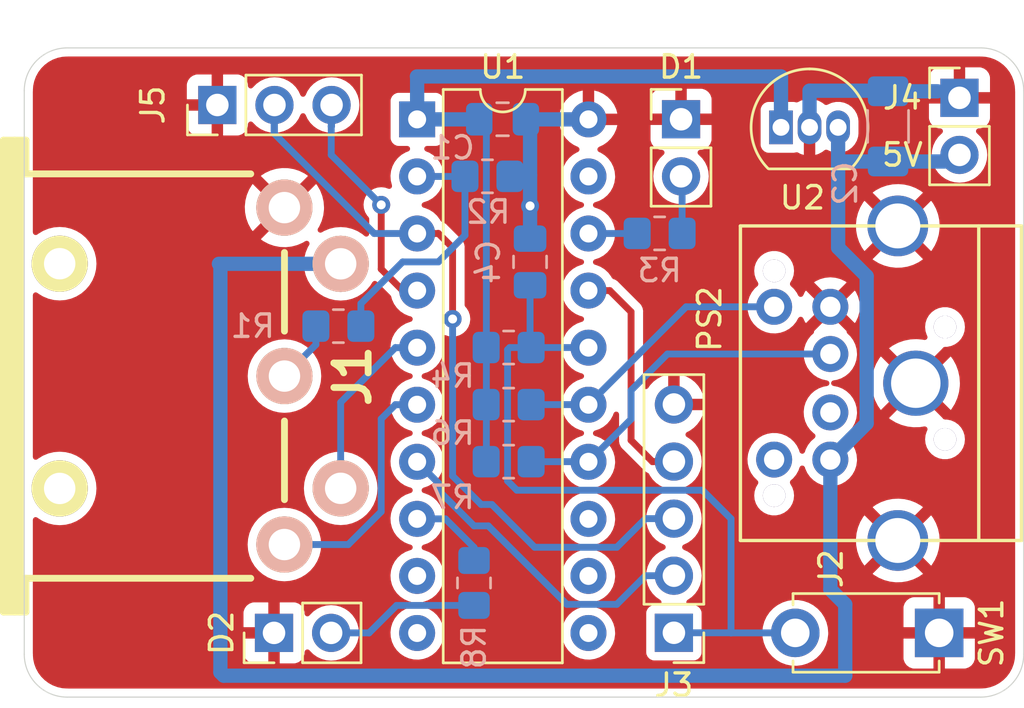
<source format=kicad_pcb>
(kicad_pcb (version 20211014) (generator pcbnew)
  (title_block (date "2022-07-04"))
  (layers (0 "F.Cu" signal) (31 "B.Cu" signal) (34 "B.Paste" user) (35 "F.Paste" user) (36 "B.SilkS" user "B.Silkscreen") (37 "F.SilkS" user "F.Silkscreen") (38 "B.Mask" user) (39 "F.Mask" user) (44 "Edge.Cuts" user))
  (net 0 "")
  (net 1 "+3V3")
  (net 2 "GND")
  (net 3 "+5V")
  (net 4 "Net-(D1-Pad2)")
  (net 5 "KBD_CLK")
  (net 6 "KBD_DTA")
  (net 7 "PS2_DTA")
  (net 9 "PS2_CLK")
  (net 11 "_RST")
  (net 12 "TEST")
  (net 13 "KBD_BSY")
  (net 14 "Net-(R3-Pad1)")
  (net 15 "Net-(D2-Pad2)")
  (net 17 "Net-(J5-Pad3)")
  (net 18 "BSL_TX")
  (net 22 "BSL_RX")
  (net 23 "Net-(R8-Pad1)")
  (net 26 "Net-(J1-Pad2)")
  (footprint "TRS-80-M3-VID:MIDI_DIN5" (layer "F.Cu") (at 113.3475 96.2025 -90)
    (fp_text reference "J1" (at 0 -6.0325 -270) (layer "F.SilkS") (effects (font (size 1.524 1.524) (thickness 0.3048))))
    (fp_text value "Keyboard")
    (fp_line (start -10.50036 9.4996) (end -10.50036 8.49884) (layer "F.SilkS") (width 0.3048))
    (fp_line (start -10.4 9.25068) (end 10.4 9.25068) (layer "F.SilkS") (width 0.3048))
    (fp_line (start 8.99922 -1.5) (end 8.99922 9) (layer "F.SilkS") (width 0.3048))
    (fp_line (start -5.5 -3) (end -2 -3) (layer "F.SilkS") (width 0.3048))
    (fp_line (start 10.50036 8.49884) (end 10.50036 9.4996) (layer "F.SilkS") (width 0.3048))
    (fp_line (start 8.99961 8.5) (end 10.50039 8.5) (layer "F.SilkS") (width 0.3048))
    (fp_line (start 10.50036 8.99922) (end -10.50036 8.99922) (layer "F.SilkS") (width 0.3048))
    (fp_line (start -10.4 8.7503) (end 10.50036 8.7503) (layer "F.SilkS") (width 0.3048))
    (fp_line (start -8.99922 -1.5) (end -8.99922 9) (layer "F.SilkS") (width 0.3048))
    (fp_line (start -10.5 8.49884) (end -8.99922 8.49884) (layer "F.SilkS") (width 0.3048))
    (fp_line (start 5.5 -3) (end 2 -3) (layer "F.SilkS") (width 0.3048))
    (fp_line (start 10.50036 9.4996) (end -10.50036 9.4996) (layer "F.SilkS") (width 0.3048))
    (pad "" np_thru_hole circle (at 5.00126 6.9977 270) (size 2.49936 2.49936) (drill 1.397) (layers *.Cu *.Mask "F.SilkS"))
    (pad "" np_thru_hole circle (at -5.00126 6.9977 270) (size 2.49936 2.49936) (drill 1.397) (layers *.Cu *.Mask "F.SilkS"))
    (pad "1" thru_hole circle (at 7.49808 -2.9972 270) (size 2.49936 2.49936) (drill 1.397) (layers *.Cu *.SilkS *.Mask) (net 6 "KBD_DTA"))
    (pad "2" thru_hole circle (at 0 -2.99974 270) (size 2.49936 2.49936) (drill 1.397) (layers *.Cu *.SilkS *.Mask) (net 26 "Net-(J1-Pad2)"))
    (pad "3" thru_hole circle (at -7.49808 -2.9972 270) (size 2.49936 2.49936) (drill 1.397) (layers *.Cu *.SilkS *.Mask) (net 2 "GND"))
    (pad "4" thru_hole circle (at 4.99618 -5.4991 270) (size 2.49936 2.49936) (drill 1.397) (layers *.Cu *.SilkS *.Mask) (net 5 "KBD_CLK"))
    (pad "5" thru_hole circle (at -4.99618 -5.4991 270) (size 2.49936 2.49936) (drill 1.397) (layers *.Cu *.SilkS *.Mask) (net 3 "+5V"))
  )
  (footprint "Connector_PinHeader_2.54mm:PinHeader_1x03_P2.54mm_Vertical" (layer "F.Cu") (at 113.3625 84.1375 90)
    (fp_text reference "J5" (at 0 -2.8725 90) (layer "F.SilkS"))
    (fp_text value "Conn_01x03")
    (fp_line (start -1.33 1.27) (end 1.33 1.27) (layer "F.SilkS") (width 0.12))
    (fp_line (start 1.33 1.27) (end 1.33 6.41) (layer "F.SilkS") (width 0.12))
    (fp_line (start -1.33 -1.33) (end 0 -1.33) (layer "F.SilkS") (width 0.12))
    (fp_line (start -1.33 0) (end -1.33 -1.33) (layer "F.SilkS") (width 0.12))
    (fp_line (start -1.33 1.27) (end -1.33 6.41) (layer "F.SilkS") (width 0.12))
    (fp_line (start -1.33 6.41) (end 1.33 6.41) (layer "F.SilkS") (width 0.12))
    (pad "1" thru_hole rect locked (at 0 0 90) (size 1.7 1.7) (drill 1) (layers *.Cu *.Mask) (net 2 "GND"))
    (pad "2" thru_hole oval locked (at 0 2.54 90) (size 1.7 1.7) (drill 1) (layers *.Cu *.Mask) (net 18 "BSL_TX"))
    (pad "3" thru_hole oval locked (at 0 5.08 90) (size 1.7 1.7) (drill 1) (layers *.Cu *.Mask) (net 17 "Net-(J5-Pad3)"))
  )
  (footprint "Connector_PinHeader_2.54mm:PinHeader_1x02_P2.54mm_Vertical" (layer "F.Cu") (at 145.465 107.6325 -90)
    (fp_text reference "SW1" (at 0 -2.33 90) (layer "F.SilkS"))
    (fp_text value "SW_Push")
    (fp_line (start 1.75 0) (end 1.75 6.5) (layer "F.SilkS") (width 0.12))
    (fp_line (start 1.25 6.5) (end 1.75 6.5) (layer "F.SilkS") (width 0.12))
    (fp_line (start -1.75 0) (end -1.33 0) (layer "F.SilkS") (width 0.12))
    (fp_line (start -1.75 6.5) (end -1.25 6.5) (layer "F.SilkS") (width 0.12))
    (fp_line (start 1.25 0) (end 1.75 0) (layer "F.SilkS") (width 0.12))
    (fp_line (start -1.75 0) (end -1.75 6.5) (layer "F.SilkS") (width 0.12))
    (pad "1" thru_hole rect (at 0 0 270) (size 2.159 2.159) (drill 1.27) (layers *.Cu *.Mask) (net 2 "GND"))
    (pad "2" thru_hole oval (at 0 6.4 270) (size 2.159 2.159) (drill 1.27) (layers *.Cu *.Mask) (net 11 "_RST"))
  )
  (footprint "Package_TO_SOT_THT:TO-92_Inline" (layer "F.Cu") (at 138.43 85.1325)
    (fp_text reference "U2" (at 0.9525 3.1325) (layer "F.SilkS"))
    (fp_text value "LP2950-3.3_TO92")
    (fp_line (start -0.53 1.85) (end 3.07 1.85) (layer "F.SilkS") (width 0.12))
    (fp_arc (start 1.27 -2.6) (mid 3.672087 -0.994977) (end 3.108478 1.838478) (layer "F.SilkS") (width 0.12))
    (fp_arc (start -0.568478 1.838478) (mid -1.132087 -0.994977) (end 1.27 -2.6) (layer "F.SilkS") (width 0.12))
    (pad "1" thru_hole rect locked (at 0 0) (size 1.05 1.5) (drill 0.75) (layers *.Cu *.Mask) (net 1 "+3V3"))
    (pad "2" thru_hole oval locked (at 1.27 0) (size 1.05 1.5) (drill 0.75) (layers *.Cu *.Mask) (net 2 "GND"))
    (pad "3" thru_hole oval locked (at 2.54 0) (size 1.05 1.5) (drill 0.75) (layers *.Cu *.Mask) (net 3 "+5V"))
  )
  (footprint "Package_DIP:DIP-20_W7.62mm" (layer "F.Cu") (at 122.247508 84.777504)
    (fp_text reference "U1" (at 3.81 -2.33) (layer "F.SilkS"))
    (fp_text value "MSP430G2403IN20")
    (fp_line (start 6.46 -1.33) (end 4.81 -1.33) (layer "F.SilkS") (width 0.12))
    (fp_line (start 2.81 -1.33) (end 1.16 -1.33) (layer "F.SilkS") (width 0.12))
    (fp_line (start 1.16 -1.33) (end 1.16 24.19) (layer "F.SilkS") (width 0.12))
    (fp_line (start 6.46 24.19) (end 6.46 -1.33) (layer "F.SilkS") (width 0.12))
    (fp_line (start 1.16 24.19) (end 6.46 24.19) (layer "F.SilkS") (width 0.12))
    (fp_arc (start 4.81 -1.33) (mid 3.81 -0.33) (end 2.81 -1.33) (layer "F.SilkS") (width 0.12))
    (pad "1" thru_hole rect locked (at 0 0) (size 1.6 1.6) (drill 0.8) (layers *.Cu *.Mask) (net 1 "+3V3"))
    (pad "2" thru_hole oval locked (at 0 2.54) (size 1.6 1.6) (drill 0.8) (layers *.Cu *.Mask) (net 13 "KBD_BSY"))
    (pad "3" thru_hole oval locked (at 0 5.08) (size 1.6 1.6) (drill 0.8) (layers *.Cu *.Mask) (net 18 "BSL_TX"))
    (pad "4" thru_hole oval locked (at 0 7.62) (size 1.6 1.6) (drill 0.8) (layers *.Cu *.Mask) (net 17 "Net-(J5-Pad3)"))
    (pad "5" thru_hole oval locked (at 0 10.16) (size 1.6 1.6) (drill 0.8) (layers *.Cu *.Mask) (net 5 "KBD_CLK"))
    (pad "6" thru_hole oval locked (at 0 12.7) (size 1.6 1.6) (drill 0.8) (layers *.Cu *.Mask) (net 6 "KBD_DTA"))
    (pad "7" thru_hole oval locked (at 0 15.24) (size 1.6 1.6) (drill 0.8) (layers *.Cu *.Mask) (net 22 "BSL_RX"))
    (pad "8" thru_hole oval locked (at 0 17.78) (size 1.6 1.6) (drill 0.8) (layers *.Cu *.Mask) (net 23 "Net-(R8-Pad1)"))
    (pad "9" thru_hole oval locked (at 0 20.32) (size 1.6 1.6) (drill 0.8) (layers *.Cu *.Mask))
    (pad "10" thru_hole oval locked (at 0 22.86) (size 1.6 1.6) (drill 0.8) (layers *.Cu *.Mask))
    (pad "11" thru_hole oval locked (at 7.62 22.86) (size 1.6 1.6) (drill 0.8) (layers *.Cu *.Mask))
    (pad "12" thru_hole oval locked (at 7.62 20.32) (size 1.6 1.6) (drill 0.8) (layers *.Cu *.Mask))
    (pad "13" thru_hole oval locked (at 7.62 17.78) (size 1.6 1.6) (drill 0.8) (layers *.Cu *.Mask))
    (pad "14" thru_hole oval locked (at 7.62 15.24) (size 1.6 1.6) (drill 0.8) (layers *.Cu *.Mask) (net 7 "PS2_DTA"))
    (pad "15" thru_hole oval locked (at 7.62 12.7) (size 1.6 1.6) (drill 0.8) (layers *.Cu *.Mask) (net 9 "PS2_CLK"))
    (pad "16" thru_hole oval locked (at 7.62 10.16) (size 1.6 1.6) (drill 0.8) (layers *.Cu *.Mask) (net 11 "_RST"))
    (pad "17" thru_hole oval locked (at 7.62 7.62) (size 1.6 1.6) (drill 0.8) (layers *.Cu *.Mask) (net 12 "TEST"))
    (pad "18" thru_hole oval locked (at 7.62 5.08) (size 1.6 1.6) (drill 0.8) (layers *.Cu *.Mask) (net 14 "Net-(R3-Pad1)"))
    (pad "19" thru_hole oval locked (at 7.62 2.54) (size 1.6 1.6) (drill 0.8) (layers *.Cu *.Mask))
    (pad "20" thru_hole oval locked (at 7.62 0) (size 1.6 1.6) (drill 0.8) (layers *.Cu *.Mask) (net 2 "GND"))
  )
  (footprint "TRS-80:minidin_6_ps2_pcb_mount" (layer "F.Cu") (at 142.875 96.52 -90)
    (fp_text reference "J2" (at 8.255 2.2225 90) (layer "F.SilkS"))
    (fp_text value "PS2" (at -2.8575 7.62 90) (layer "F.SilkS"))
    (fp_line (start -7 -4.35) (end 7 -4.35) (layer "F.SilkS") (width 0.15))
    (fp_line (start 7 6.25) (end 7 -6.25) (layer "F.SilkS") (width 0.15))
    (fp_line (start 7 -6.25) (end -7 -6.25) (layer "F.SilkS") (width 0.15))
    (fp_line (start -7 -6.25) (end -7 6.25) (layer "F.SilkS") (width 0.15))
    (fp_line (start -7 6.25) (end 7 6.25) (layer "F.SilkS") (width 0.15))
    (pad "0" thru_hole circle (at 7.000001 -0.75 270) (size 2.7 2.7) (drill 2) (layers *.Cu *.Mask) (net 2 "GND"))
    (pad "0" thru_hole circle (at -7.000001 -0.75 270) (size 2.7 2.7) (drill 2) (layers *.Cu *.Mask) (net 2 "GND"))
    (pad "0" thru_hole circle (at 0 -1.55 270) (size 2.899999 2.899999) (drill 2.2) (layers *.Cu *.Mask) (net 2 "GND"))
    (pad "1" thru_hole circle (at -1.3 2.25 270) (size 1.6 1.6) (drill 0.9) (layers *.Cu *.Mask) (net 7 "PS2_DTA"))
    (pad "2" thru_hole circle (at 1.3 2.25 270) (size 1.6 1.6) (drill 0.9) (layers *.Cu *.Mask))
    (pad "3" thru_hole circle (at -3.4 2.25 270) (size 1.6 1.6) (drill 0.9) (layers *.Cu *.Mask) (net 2 "GND"))
    (pad "4" thru_hole circle (at 3.4 2.25 270) (size 1.6 1.6) (drill 0.9) (layers *.Cu *.Mask) (net 3 "+5V"))
    (pad "5" thru_hole circle (at -3.4 4.75 270) (size 1.6 1.6) (drill 0.9) (layers *.Cu *.Mask) (net 9 "PS2_CLK"))
    (pad "6" thru_hole circle (at 3.4 4.75 270) (size 1.6 1.6) (drill 0.9) (layers *.Cu *.Mask))
    (pad "M1" thru_hole circle (at -2.5 -2.85 270) (size 1 1) (drill 1) (layers *.Cu *.Mask))
    (pad "M2" thru_hole circle (at 2.5 -2.85 270) (size 1 1) (drill 1) (layers *.Cu *.Mask))
    (pad "M3" thru_hole circle (at -5 4.75 270) (size 1 1) (drill 1) (layers *.Cu *.Mask))
    (pad "M4" thru_hole circle (at 5 4.75 270) (size 1 1) (drill 1) (layers *.Cu *.Mask))
  )
  (footprint "Connector_PinHeader_2.54mm:PinHeader_1x02_P2.54mm_Vertical" (layer "F.Cu") (at 133.985 84.7725)
    (fp_text reference "D1" (at 0 -2.33) (layer "F.SilkS"))
    (fp_text value "LED")
    (fp_line (start -1.33 -1.33) (end 0 -1.33) (layer "F.SilkS") (width 0.12))
    (fp_line (start 1.33 1.27) (end 1.33 3.87) (layer "F.SilkS") (width 0.12))
    (fp_line (start -1.33 1.27) (end -1.33 3.87) (layer "F.SilkS") (width 0.12))
    (fp_line (start -1.33 0) (end -1.33 -1.33) (layer "F.SilkS") (width 0.12))
    (fp_line (start -1.33 3.87) (end 1.33 3.87) (layer "F.SilkS") (width 0.12))
    (fp_line (start -1.33 1.27) (end 1.33 1.27) (layer "F.SilkS") (width 0.12))
    (pad "1" thru_hole rect (at 0 0) (size 1.7 1.7) (drill 1) (layers *.Cu *.Mask) (net 2 "GND"))
    (pad "2" thru_hole oval (at 0 2.54) (size 1.7 1.7) (drill 1) (layers *.Cu *.Mask) (net 4 "Net-(D1-Pad2)"))
  )
  (footprint "Connector_PinHeader_2.54mm:PinHeader_1x05_P2.54mm_Vertical" (layer "F.Cu") (at 133.6675 107.6275 180)
    (fp_text reference "J3" (at 0 -2.33) (layer "F.SilkS"))
    (fp_text value "Debug")
    (fp_line (start -1.33 0) (end -1.33 -1.33) (layer "F.SilkS") (width 0.12))
    (fp_line (start -1.33 1.27) (end -1.33 11.49) (layer "F.SilkS") (width 0.12))
    (fp_line (start -1.33 -1.33) (end 0 -1.33) (layer "F.SilkS") (width 0.12))
    (fp_line (start -1.33 11.49) (end 1.33 11.49) (layer "F.SilkS") (width 0.12))
    (fp_line (start 1.33 1.27) (end 1.33 11.49) (layer "F.SilkS") (width 0.12))
    (fp_line (start -1.33 1.27) (end 1.33 1.27) (layer "F.SilkS") (width 0.12))
    (pad "1" thru_hole rect locked (at 0 0 180) (size 1.7 1.7) (drill 1) (layers *.Cu *.Mask) (net 11 "_RST"))
    (pad "2" thru_hole oval locked (at 0 2.54 180) (size 1.7 1.7) (drill 1) (layers *.Cu *.Mask) (net 22 "BSL_RX"))
    (pad "3" thru_hole oval locked (at 0 5.08 180) (size 1.7 1.7) (drill 1) (layers *.Cu *.Mask) (net 18 "BSL_TX"))
    (pad "4" thru_hole oval locked (at 0 7.62 180) (size 1.7 1.7) (drill 1) (layers *.Cu *.Mask) (net 12 "TEST"))
    (pad "5" thru_hole oval locked (at 0 10.16 180) (size 1.7 1.7) (drill 1) (layers *.Cu *.Mask) (net 2 "GND"))
  )
  (footprint "Connector_PinHeader_2.54mm:PinHeader_1x02_P2.54mm_Vertical" (layer "F.Cu") (at 146.3675 83.82)
    (fp_text reference "J4" (at -2.54 0) (layer "F.SilkS"))
    (fp_text value "5V" (at -2.54 2.54) (layer "F.SilkS"))
    (fp_line (start 1.33 1.27) (end 1.33 3.87) (layer "F.SilkS") (width 0.12))
    (fp_line (start -1.33 1.27) (end -1.33 3.87) (layer "F.SilkS") (width 0.12))
    (fp_line (start -1.33 3.87) (end 1.33 3.87) (layer "F.SilkS") (width 0.12))
    (fp_line (start -1.33 1.27) (end 1.33 1.27) (layer "F.SilkS") (width 0.12))
    (fp_line (start -1.33 -1.33) (end 0 -1.33) (layer "F.SilkS") (width 0.12))
    (fp_line (start -1.33 0) (end -1.33 -1.33) (layer "F.SilkS") (width 0.12))
    (pad "1" thru_hole rect locked (at 0 0) (size 1.7 1.7) (drill 1) (layers *.Cu *.Mask) (net 2 "GND"))
    (pad "2" thru_hole oval locked (at 0 2.54) (size 1.7 1.7) (drill 1) (layers *.Cu *.Mask) (net 3 "+5V"))
  )
  (footprint "Connector_PinHeader_2.54mm:PinHeader_1x02_P2.54mm_Vertical" (layer "F.Cu") (at 115.8825 107.6325 90)
    (fp_text reference "D2" (at 0 -2.33 90) (layer "F.SilkS"))
    (fp_text value "LED")
    (fp_line (start -1.33 3.87) (end 1.33 3.87) (layer "F.SilkS") (width 0.12))
    (fp_line (start -1.33 0) (end -1.33 -1.33) (layer "F.SilkS") (width 0.12))
    (fp_line (start -1.33 1.27) (end 1.33 1.27) (layer "F.SilkS") (width 0.12))
    (fp_line (start -1.33 1.27) (end -1.33 3.87) (layer "F.SilkS") (width 0.12))
    (fp_line (start -1.33 -1.33) (end 0 -1.33) (layer "F.SilkS") (width 0.12))
    (fp_line (start 1.33 1.27) (end 1.33 3.87) (layer "F.SilkS") (width 0.12))
    (pad "1" thru_hole rect locked (at 0 0 90) (size 1.7 1.7) (drill 1) (layers *.Cu *.Mask) (net 2 "GND"))
    (pad "2" thru_hole oval locked (at 0 2.54 90) (size 1.7 1.7) (drill 1) (layers *.Cu *.Mask) (net 15 "Net-(D2-Pad2)"))
  )
  (footprint "Resistor_SMD:R_0805_2012Metric_Pad1.20x1.40mm_HandSolder" (layer "B.Cu") (at 118.745 93.98)
    (fp_text reference "R1" (at -3.81 0) (layer "B.SilkS") (effects (justify mirror)))
    (fp_text value "4.7k")
    (fp_line (start -0.227064 -0.735) (end 0.227064 -0.735) (layer "B.SilkS") (width 0.12))
    (fp_line (start -0.227064 0.735) (end 0.227064 0.735) (layer "B.SilkS") (width 0.12))
    (pad "1" smd roundrect locked (at -1 0) (size 1.2 1.4) (layers "B.Cu" "B.Paste" "B.Mask") (roundrect_rratio 0.2083333333) (net 26 "Net-(J1-Pad2)"))
    (pad "2" smd roundrect locked (at 1 0) (size 1.2 1.4) (layers "B.Cu" "B.Paste" "B.Mask") (roundrect_rratio 0.2083333333) (net 13 "KBD_BSY"))
  )
  (footprint "Capacitor_SMD:C_0805_2012Metric_Pad1.18x1.45mm_HandSolder" (layer "B.Cu") (at 126.0475 84.7725)
    (fp_text reference "C1" (at -2.2225 1.27) (layer "B.SilkS") (effects (justify mirror)))
    (fp_text value "0.1uF")
    (fp_line (start -0.261252 0.735) (end 0.261252 0.735) (layer "B.SilkS") (width 0.12))
    (fp_line (start -0.261252 -0.735) (end 0.261252 -0.735) (layer "B.SilkS") (width 0.12))
    (pad "1" smd roundrect locked (at -1.0375 0) (size 1.175 1.45) (layers "B.Cu" "B.Paste" "B.Mask") (roundrect_rratio 0.2127659574) (net 1 "+3V3"))
    (pad "2" smd roundrect locked (at 1.0375 0) (size 1.175 1.45) (layers "B.Cu" "B.Paste" "B.Mask") (roundrect_rratio 0.2127659574) (net 2 "GND"))
  )
  (footprint "Capacitor_SMD:C_0805_2012Metric_Pad1.18x1.45mm_HandSolder" (layer "B.Cu") (at 127.27 91.1225 90)
    (fp_text reference "C4" (at 0 -1.8575 90) (layer "B.SilkS") (effects (justify mirror)))
    (fp_text value "1nF")
    (fp_line (start -0.261252 0.735) (end 0.261252 0.735) (layer "B.SilkS") (width 0.12))
    (fp_line (start -0.261252 -0.735) (end 0.261252 -0.735) (layer "B.SilkS") (width 0.12))
    (pad "1" smd roundrect locked (at -1.0375 0 90) (size 1.175 1.45) (layers "B.Cu" "B.Paste" "B.Mask") (roundrect_rratio 0.2127659574) (net 11 "_RST"))
    (pad "2" smd roundrect locked (at 1.0375 0 90) (size 1.175 1.45) (layers "B.Cu" "B.Paste" "B.Mask") (roundrect_rratio 0.2127659574) (net 2 "GND"))
  )
  (footprint "Capacitor_SMD:C_1206_3216Metric_Pad1.33x1.80mm_HandSolder" (layer "B.Cu") (at 143.1925 85.09 90)
    (fp_text reference "C2" (at -2.54 -1.905 90) (layer "B.SilkS") (effects (justify mirror)))
    (fp_text value "10u")
    (fp_line (start -0.711252 -0.91) (end 0.711252 -0.91) (layer "B.SilkS") (width 0.12))
    (fp_line (start -0.711252 0.91) (end 0.711252 0.91) (layer "B.SilkS") (width 0.12))
    (pad "1" smd roundrect locked (at -1.5625 0 90) (size 1.325 1.8) (layers "B.Cu" "B.Paste" "B.Mask") (roundrect_rratio 0.1886792453) (net 3 "+5V"))
    (pad "2" smd roundrect locked (at 1.5625 0 90) (size 1.325 1.8) (layers "B.Cu" "B.Paste" "B.Mask") (roundrect_rratio 0.1886792453) (net 2 "GND"))
  )
  (footprint "Resistor_SMD:R_0805_2012Metric_Pad1.20x1.40mm_HandSolder" (layer "B.Cu") (at 126.3175 100.0125 180)
    (fp_text reference "R7" (at 2.4925 -1.5875) (layer "B.SilkS") (effects (justify mirror)))
    (fp_text value "2K")
    (fp_line (start -0.227064 0.735) (end 0.227064 0.735) (layer "B.SilkS") (width 0.12))
    (fp_line (start -0.227064 -0.735) (end 0.227064 -0.735) (layer "B.SilkS") (width 0.12))
    (pad "1" smd roundrect locked (at -1 0 180) (size 1.2 1.4) (layers "B.Cu" "B.Paste" "B.Mask") (roundrect_rratio 0.2083333333) (net 7 "PS2_DTA"))
    (pad "2" smd roundrect locked (at 1 0 180) (size 1.2 1.4) (layers "B.Cu" "B.Paste" "B.Mask") (roundrect_rratio 0.2083333333) (net 1 "+3V3"))
  )
  (footprint "Resistor_SMD:R_0805_2012Metric_Pad1.20x1.40mm_HandSolder" (layer "B.Cu") (at 125.375008 87.3125)
    (fp_text reference "R2" (at 0.037492 1.5875) (layer "B.SilkS") (effects (justify mirror)))
    (fp_text value "10k")
    (fp_line (start -0.227064 0.735) (end 0.227064 0.735) (layer "B.SilkS") (width 0.12))
    (fp_line (start -0.227064 -0.735) (end 0.227064 -0.735) (layer "B.SilkS") (width 0.12))
    (pad "1" smd roundrect locked (at -1 0) (size 1.2 1.4) (layers "B.Cu" "B.Paste" "B.Mask") (roundrect_rratio 0.2083333333) (net 13 "KBD_BSY"))
    (pad "2" smd roundrect locked (at 1 0) (size 1.2 1.4) (layers "B.Cu" "B.Paste" "B.Mask") (roundrect_rratio 0.2083333333) (net 2 "GND"))
  )
  (footprint "Resistor_SMD:R_0805_2012Metric_Pad1.20x1.40mm_HandSolder" (layer "B.Cu") (at 126.3175 94.9325)
    (fp_text reference "R4" (at -2.4925 1.27) (layer "B.SilkS") (effects (justify mirror)))
    (fp_text value "10k")
    (fp_line (start -0.227064 -0.735) (end 0.227064 -0.735) (layer "B.SilkS") (width 0.12))
    (fp_line (start -0.227064 0.735) (end 0.227064 0.735) (layer "B.SilkS") (width 0.12))
    (pad "1" smd roundrect locked (at -1 0) (size 1.2 1.4) (layers "B.Cu" "B.Paste" "B.Mask") (roundrect_rratio 0.2083333333) (net 1 "+3V3"))
    (pad "2" smd roundrect locked (at 1 0) (size 1.2 1.4) (layers "B.Cu" "B.Paste" "B.Mask") (roundrect_rratio 0.2083333333) (net 11 "_RST"))
  )
  (footprint "Resistor_SMD:R_0805_2012Metric_Pad1.20x1.40mm_HandSolder" (layer "B.Cu") (at 133.0325 89.8525)
    (fp_text reference "R3" (at 0 1.65) (layer "B.SilkS") (effects (justify mirror)))
    (fp_text value "270")
    (fp_line (start -0.227064 -0.735) (end 0.227064 -0.735) (layer "B.SilkS") (width 0.12))
    (fp_line (start -0.227064 0.735) (end 0.227064 0.735) (layer "B.SilkS") (width 0.12))
    (pad "1" smd roundrect locked (at -1 0) (size 1.2 1.4) (layers "B.Cu" "B.Paste" "B.Mask") (roundrect_rratio 0.2083333333) (net 14 "Net-(R3-Pad1)"))
    (pad "2" smd roundrect locked (at 1 0) (size 1.2 1.4) (layers "B.Cu" "B.Paste" "B.Mask") (roundrect_rratio 0.2083333333) (net 4 "Net-(D1-Pad2)"))
  )
  (footprint "Resistor_SMD:R_0805_2012Metric_Pad1.20x1.40mm_HandSolder" (layer "B.Cu") (at 126.3175 97.4725 180)
    (fp_text reference "R6" (at 2.4925 -1.27) (layer "B.SilkS") (effects (justify mirror)))
    (fp_text value "2K")
    (fp_line (start -0.227064 -0.735) (end 0.227064 -0.735) (layer "B.SilkS") (width 0.12))
    (fp_line (start -0.227064 0.735) (end 0.227064 0.735) (layer "B.SilkS") (width 0.12))
    (pad "1" smd roundrect locked (at -1 0 180) (size 1.2 1.4) (layers "B.Cu" "B.Paste" "B.Mask") (roundrect_rratio 0.2083333333) (net 9 "PS2_CLK"))
    (pad "2" smd roundrect locked (at 1 0 180) (size 1.2 1.4) (layers "B.Cu" "B.Paste" "B.Mask") (roundrect_rratio 0.2083333333) (net 1 "+3V3"))
  )
  (footprint "Resistor_SMD:R_0805_2012Metric_Pad1.20x1.40mm_HandSolder" (layer "B.Cu") (at 124.7775 105.41 -90)
    (fp_text reference "R8" (at 2.8575 0 90) (layer "B.SilkS") (effects (justify mirror)))
    (fp_text value "270")
    (fp_line (start -0.227064 -0.735) (end 0.227064 -0.735) (layer "B.SilkS") (width 0.12))
    (fp_line (start -0.227064 0.735) (end 0.227064 0.735) (layer "B.SilkS") (width 0.12))
    (pad "1" smd roundrect locked (at -1 0 270) (size 1.2 1.4) (layers "B.Cu" "B.Paste" "B.Mask") (roundrect_rratio 0.2083333333) (net 23 "Net-(R8-Pad1)"))
    (pad "2" smd roundrect locked (at 1 0 270) (size 1.2 1.4) (layers "B.Cu" "B.Paste" "B.Mask") (roundrect_rratio 0.2083333333) (net 15 "Net-(D2-Pad2)"))
  )
  (gr_line (start 106.68 110.49) (end 147.32 110.49) (layer "Edge.Cuts") (width 0.05))
  (gr_line (start 106.68 81.5975) (end 147.32 81.5975) (layer "Edge.Cuts") (width 0.05))
  (gr_line (start 149.225 108.585) (end 149.225 83.5025) (layer "Edge.Cuts") (width 0.05))
  (gr_arc (start 104.775 83.5025) (mid 105.332962 82.155462) (end 106.68 81.5975) (layer "Edge.Cuts") (width 0.05))
  (gr_line (start 104.775 108.585) (end 104.775 83.5025) (layer "Edge.Cuts") (width 0.05))
  (gr_arc (start 147.32 81.5975) (mid 148.667038 82.155462) (end 149.225 83.5025) (layer "Edge.Cuts") (width 0.05))
  (gr_arc (start 149.225 108.585) (mid 148.667038 109.932038) (end 147.32 110.49) (layer "Edge.Cuts") (width 0.05))
  (gr_arc (start 106.68 110.49) (mid 105.332962 109.932038) (end 104.775 108.585) (layer "Edge.Cuts") (width 0.05))
  (segment (start 122.247508 84.777504) (end 125.004996 84.777504) (width 0.635) (layer "B.Cu") (net 1))
  (segment (start 122.247508 82.877508) (end 122.247508 84.777504) (width 0.635) (layer "B.Cu") (net 1))
  (segment (start 138.43 82.8675) (end 138.43 85.132494) (width 0.635) (layer "B.Cu") (net 1))
  (segment (start 125.326928 100.003072) (end 125.326928 85.089428) (width 0.3048) (layer "B.Cu") (net 1))
  (segment (start 122.2375 82.8675) (end 138.43 82.8675) (width 0.635) (layer "B.Cu") (net 1))
  (via (at 127.270002 88.629998) (size 0.8) (drill 0.4) (layers "F.Cu" "B.Cu") (net 2))
  (segment (start 129.867508 84.777504) (end 127.089992 84.777504) (width 0.635) (layer "B.Cu") (net 2))
  (segment (start 139.7 83.5025) (end 143.167506 83.5025) (width 0.635) (layer "B.Cu") (net 2))
  (segment (start 145.415 83.5025) (end 146.05 83.5025) (width 0.25) (layer "B.Cu") (net 2))
  (segment (start 139.7 85.132494) (end 139.7 83.5025) (width 0.635) (layer "B.Cu") (net 2))
  (segment (start 143.1925 83.527494) (end 145.390006 83.527494) (width 0.635) (layer "B.Cu") (net 2))
  (segment (start 126.375008 87.3125) (end 127.2225 87.3125) (width 0.3048) (layer "B.Cu") (net 2))
  (segment (start 127.270002 88.629998) (end 127.270002 87.265002) (width 0.635) (layer "B.Cu") (net 2))
  (segment (start 127.270002 87.265002) (end 127.270002 84.957488) (width 0.635) (layer "B.Cu") (net 2))
  (segment (start 145.39 83.5275) (end 145.415 83.5025) (width 0.25) (layer "B.Cu") (net 2))
  (segment (start 127.270002 90.085012) (end 127.270002 88.629998) (width 0.635) (layer "B.Cu") (net 2))
  (segment (start 127.2225 87.3125) (end 127.27 87.265) (width 0.3048) (layer "B.Cu") (net 2))
  (segment (start 143.1925 86.652506) (end 145.707506 86.652506) (width 0.635) (layer "B.Cu") (net 3))
  (segment (start 140.624992 99.919993) (end 142.24 98.30501) (width 0.635) (layer "B.Cu") (net 3))
  (segment (start 140.97 86.6775) (end 140.97 85.1325) (width 0.635) (layer "B.Cu") (net 3))
  (segment (start 113.43132 91.20632) (end 118.8466 91.20632) (width 0.635) (layer "B.Cu") (net 3))
  (segment (start 140.995 86.6525) (end 140.97 86.6775) (width 0.25) (layer "B.Cu") (net 3))
  (segment (start 113.49703 91.27203) (end 113.49703 109.38797) (width 0.635) (layer "B.Cu") (net 3))
  (segment (start 141.2875 109.5375) (end 141.2875 106.3625) (width 0.635) (layer "B.Cu") (net 3))
  (segment (start 143.1925 86.652506) (end 140.994994 86.652506) (width 0.635) (layer "B.Cu") (net 3))
  (segment (start 140.624992 105.699992) (end 140.624992 99.919993) (width 0.635) (layer "B.Cu") (net 3))
  (segment (start 142.24 91.7575) (end 140.97 90.4875) (width 0.635) (layer "B.Cu") (net 3))
  (segment (start 141.2875 106.3625) (end 140.624992 105.699992) (width 0.635) (layer "B.Cu") (net 3))
  (segment (start 113.49703 109.38797) (end 113.64656 109.5375) (width 0.635) (layer "B.Cu") (net 3))
  (segment (start 142.24 98.30501) (end 142.24 91.7575) (width 0.635) (layer "B.Cu") (net 3))
  (segment (start 140.97 90.4875) (end 140.97 86.6775) (width 0.635) (layer "B.Cu") (net 3))
  (segment (start 113.64656 109.5375) (end 141.2875 109.5375) (width 0.635) (layer "B.Cu") (net 3))
  (segment (start 134.0325 89.8525) (end 134.0325 87.36) (width 0.3048) (layer "B.Cu") (net 4))
  (segment (start 121.290004 94.937504) (end 121.285 94.9325) (width 0.3048) (layer "B.Cu") (net 5))
  (segment (start 118.8466 97.3709) (end 118.8466 101.19868) (width 0.3048) (layer "B.Cu") (net 5))
  (segment (start 122.247508 94.937504) (end 121.290004 94.937504) (width 0.3048) (layer "B.Cu") (net 5))
  (segment (start 121.285 94.9325) (end 118.8466 97.3709) (width 0.3048) (layer "B.Cu") (net 5))
  (segment (start 121.285 97.4725) (end 120.65 98.1075) (width 0.3048) (layer "B.Cu") (net 6))
  (segment (start 121.290004 97.477504) (end 121.285 97.4725) (width 0.3048) (layer "B.Cu") (net 6))
  (segment (start 120.65 102.235) (end 119.18442 103.70058) (width 0.3048) (layer "B.Cu") (net 6))
  (segment (start 119.18442 103.70058) (end 116.3447 103.70058) (width 0.3048) (layer "B.Cu") (net 6))
  (segment (start 120.65 98.1075) (end 120.65 102.235) (width 0.3048) (layer "B.Cu") (net 6))
  (segment (start 122.247508 97.477504) (end 121.290004 97.477504) (width 0.3048) (layer "B.Cu") (net 6))
  (segment (start 127.3175 100.0125) (end 129.862504 100.0125) (width 0.3048) (layer "B.Cu") (net 7))
  (segment (start 131.7625 96.8375) (end 133.38 95.22) (width 0.3048) (layer "B.Cu") (net 7))
  (segment (start 133.38 95.22) (end 140.625 95.22) (width 0.3048) (layer "B.Cu") (net 7))
  (segment (start 129.867508 100.017504) (end 131.7625 98.122512) (width 0.3048) (layer "B.Cu") (net 7))
  (segment (start 131.7625 98.122512) (end 131.7625 96.8375) (width 0.3048) (layer "B.Cu") (net 7))
  (segment (start 127.3175 97.4725) (end 129.862504 97.4725) (width 0.3048) (layer "B.Cu") (net 9))
  (segment (start 134.21 93.12) (end 138.02 93.12) (width 0.3048) (layer "B.Cu") (net 9))
  (segment (start 129.867508 97.462492) (end 134.21 93.12) (width 0.3048) (layer "B.Cu") (net 9))
  (segment (start 127.3175 94.9325) (end 126.365 94.9325) (width 0.3048) (layer "B.Cu") (net 11))
  (segment (start 136.2075 102.5525) (end 136.2075 107.6325) (width 0.3048) (layer "B.Cu") (net 11))
  (segment (start 136.2025 107.6275) (end 136.2075 107.6325) (width 0.3048) (layer "B.Cu") (net 11))
  (segment (start 139.065 107.6325) (end 136.2075 107.6325) (width 0.3048) (layer "B.Cu") (net 11))
  (segment (start 126.6825 101.2825) (end 134.9375 101.2825) (width 0.3048) (layer "B.Cu") (net 11))
  (segment (start 134.9375 101.2825) (end 136.2075 102.5525) (width 0.3048) (layer "B.Cu") (net 11))
  (segment (start 126.26942 95.02808) (end 126.26942 100.86942) (width 0.3048) (layer "B.Cu") (net 11))
  (segment (start 126.26942 100.86942) (end 126.6825 101.2825) (width 0.3048) (layer "B.Cu") (net 11))
  (segment (start 133.6675 107.6275) (end 136.2025 107.6275) (width 0.3048) (layer "B.Cu") (net 11))
  (segment (start 127.27 92.16) (end 127.27 94.885) (width 0.3048) (layer "B.Cu") (net 11))
  (segment (start 127.3175 94.9325) (end 129.862504 94.9325) (width 0.3048) (layer "B.Cu") (net 11))
  (segment (start 126.365 94.9325) (end 126.26942 95.02808) (width 0.3048) (layer "B.Cu") (net 11))
  (segment (start 130.815004 92.397504) (end 131.7625 93.345) (width 0.3048) (layer "F.Cu") (net 12))
  (segment (start 131.7625 93.345) (end 131.7625 99.06) (width 0.3048) (layer "F.Cu") (net 12))
  (segment (start 129.867508 92.397504) (end 130.815004 92.397504) (width 0.3048) (layer "F.Cu") (net 12))
  (segment (start 133.6675 100.0075) (end 132.72 100.0075) (width 0.3048) (layer "F.Cu") (net 12))
  (segment (start 132.715 100.0125) (end 131.7625 99.06) (width 0.3048) (layer "F.Cu") (net 12))
  (segment (start 132.72 100.0075) (end 132.715 100.0125) (width 0.3048) (layer "F.Cu") (net 12))
  (segment (start 119.745 92.98) (end 121.6025 91.1225) (width 0.3048) (layer "B.Cu") (net 13))
  (segment (start 119.745 93.98) (end 119.745 92.98) (width 0.3048) (layer "B.Cu") (net 13))
  (segment (start 123.19 91.1225) (end 124.375008 89.937492) (width 0.3048) (layer "B.Cu") (net 13))
  (segment (start 122.247508 87.317504) (end 124.370004 87.317504) (width 0.3048) (layer "B.Cu") (net 13))
  (segment (start 121.6025 91.1225) (end 123.19 91.1225) (width 0.3048) (layer "B.Cu") (net 13))
  (segment (start 124.375008 89.937492) (end 124.375008 87.3125) (width 0.3048) (layer "B.Cu") (net 13))
  (segment (start 129.867508 89.857504) (end 132.027496 89.857504) (width 0.3048) (layer "B.Cu") (net 14))
  (segment (start 118.4225 107.6325) (end 120.11 107.6325) (width 0.3048) (layer "B.Cu") (net 15))
  (segment (start 120.11 107.6325) (end 121.3325 106.41) (width 0.3048) (layer "B.Cu") (net 15))
  (segment (start 124.7775 106.41) (end 121.3325 106.41) (width 0.3048) (layer "B.Cu") (net 15))
  (segment (start 120.65 91.44) (end 120.65 88.5825) (width 0.3048) (layer "F.Cu") (net 17))
  (segment (start 121.6025 92.3925) (end 120.65 91.44) (width 0.3048) (layer "F.Cu") (net 17))
  (via (at 120.65 88.5825) (size 0.8) (drill 0.4) (layers "F.Cu" "B.Cu") (net 17))
  (segment (start 120.65 88.5825) (end 118.4275 86.36) (width 0.3048) (layer "B.Cu") (net 17))
  (segment (start 118.4425 84.1375) (end 118.4425 85.075) (width 0.3048) (layer "B.Cu") (net 17))
  (segment (start 118.4275 86.36) (end 118.4275 85.09) (width 0.3048) (layer "B.Cu") (net 17))
  (segment (start 118.4425 85.075) (end 118.4275 85.09) (width 0.3048) (layer "B.Cu") (net 17))
  (segment (start 118.4275 85.09) (end 118.4275 84.7725) (width 0.3048) (layer "B.Cu") (net 17))
  (segment (start 123.19 89.8525) (end 123.825 90.4875) (width 0.3048) (layer "F.Cu") (net 18))
  (segment (start 123.184996 89.857504) (end 123.19 89.8525) (width 0.3048) (layer "F.Cu") (net 18))
  (segment (start 123.825 90.4875) (end 123.825 93.6625) (width 0.3048) (layer "F.Cu") (net 18))
  (segment (start 122.247508 89.857504) (end 123.184996 89.857504) (width 0.3048) (layer "F.Cu") (net 18))
  (via (at 123.825 93.6625) (size 0.8) (drill 0.4) (layers "F.Cu" "B.Cu") (net 18))
  (segment (start 131.1275 103.8225) (end 132.4025 102.5475) (width 0.3048) (layer "B.Cu") (net 18))
  (segment (start 115.9025 85.3925) (end 115.8875 85.4075) (width 0.3048) (layer "B.Cu") (net 18))
  (segment (start 132.4025 102.5475) (end 133.6675 102.5475) (width 0.3048) (layer "B.Cu") (net 18))
  (segment (start 127.476257 103.8225) (end 131.1275 103.8225) (width 0.3048) (layer "B.Cu") (net 18))
  (segment (start 125.571256 101.9175) (end 127.476257 103.8225) (width 0.3048) (layer "B.Cu") (net 18))
  (segment (start 115.8875 85.4075) (end 115.8875 84.7725) (width 0.3048) (layer "B.Cu") (net 18))
  (segment (start 123.825 100.6475) (end 125.095 101.9175) (width 0.3048) (layer "B.Cu") (net 18))
  (segment (start 122.247508 89.857504) (end 120.337504 89.857504) (width 0.3048) (layer "B.Cu") (net 18))
  (segment (start 123.825 93.6625) (end 123.825 100.6475) (width 0.3048) (layer "B.Cu") (net 18))
  (segment (start 115.9025 84.1375) (end 115.9025 85.3925) (width 0.3048) (layer "B.Cu") (net 18))
  (segment (start 120.337504 89.857504) (end 115.8875 85.4075) (width 0.3048) (layer "B.Cu") (net 18))
  (segment (start 125.095 101.9175) (end 125.571256 101.9175) (width 0.3048) (layer "B.Cu") (net 18))
  (segment (start 128.905 106.3625) (end 125.4125 102.87) (width 0.3048) (layer "B.Cu") (net 22))
  (segment (start 123.19 100.959996) (end 122.247508 100.017504) (width 0.3048) (layer "B.Cu") (net 22))
  (segment (start 123.19 101.2825) (end 123.19 100.959996) (width 0.3048) (layer "B.Cu") (net 22))
  (segment (start 131.1275 106.3625) (end 128.905 106.3625) (width 0.3048) (layer "B.Cu") (net 22))
  (segment (start 133.6675 105.0875) (end 132.4025 105.0875) (width 0.3048) (layer "B.Cu") (net 22))
  (segment (start 124.7775 102.87) (end 123.19 101.2825) (width 0.3048) (layer "B.Cu") (net 22))
  (segment (start 125.4125 102.87) (end 124.7775 102.87) (width 0.3048) (layer "B.Cu") (net 22))
  (segment (start 132.4025 105.0875) (end 131.1275 106.3625) (width 0.3048) (layer "B.Cu") (net 22))
  (segment (start 123.5075 102.557504) (end 124.7775 103.827504) (width 0.3048) (layer "B.Cu") (net 23))
  (segment (start 124.7775 103.827504) (end 124.7775 104.41) (width 0.3048) (layer "B.Cu") (net 23))
  (segment (start 122.247508 102.557504) (end 123.5075 102.557504) (width 0.3048) (layer "B.Cu") (net 23))
  (segment (start 117.745 94.80474) (end 116.34724 96.2025) (width 0.3048) (layer "B.Cu") (net 26))
  (segment (start 117.745 93.98) (end 117.745 94.80474) (width 0.3048) (layer "B.Cu") (net 26))
  (zone (net 2) (net_name "GND") (layer "F.Cu") (connect_pads (clearance 0.381)) (min_thickness 0.254) (fill yes (thermal_gap 0.508) (thermal_bridge_width 0.508))
    (polygon (pts (xy 149.225 110.49) (xy 104.775 110.49) (xy 104.775 81.5975) (xy 149.225 81.5975)))
  )
)
</source>
